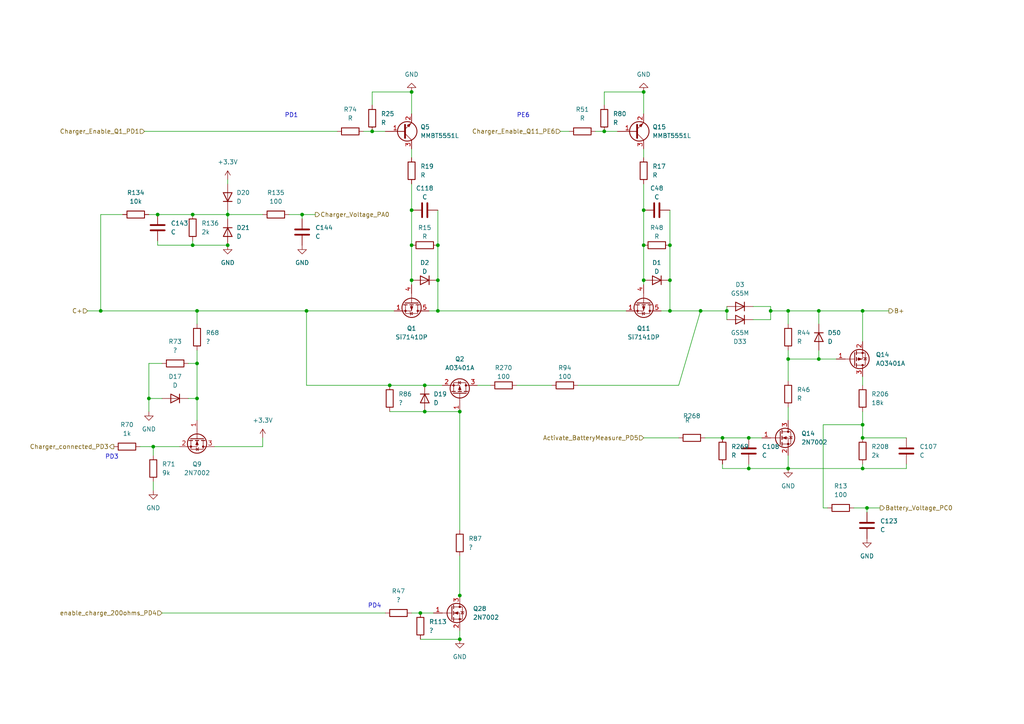
<source format=kicad_sch>
(kicad_sch (version 20211123) (generator eeschema)
  (paper "A4")
  (lib_symbols
    (symbol "Device:C" (pin_numbers hide) (pin_names (offset 0.254))
      (property "Reference" "C" (at 0.635 2.54 0))
      (property "Value" "C" (at 0.635 -2.54 0))
      (symbol "C_0_1"
        (polyline (pts (xy -2.032 -0.762) (xy 2.032 -0.762)) (stroke (width 0.508)))
        (polyline (pts (xy -2.032 0.762) (xy 2.032 0.762)) (stroke (width 0.508)))
      )
      (symbol "C_1_1"
        (pin passive line (at 0 3.81 270) (length 2.794) (name "~") (number "1"))
        (pin passive line (at 0 -3.81 90) (length 2.794) (name "~") (number "2"))
      )
    )
    (symbol "Device:D" (pin_numbers hide) (pin_names (offset 1.016) hide)
      (property "Reference" "D" (at 0 2.54 0))
      (property "Value" "D" (at 0 -2.54 0))
      (symbol "D_0_1"
        (polyline (pts (xy -1.27 1.27) (xy -1.27 -1.27)) (stroke (width 0.254)))
        (polyline (pts (xy 1.27 0) (xy -1.27 0)))
        (polyline (pts (xy 1.27 1.27) (xy 1.27 -1.27) (xy -1.27 0) (xy 1.27 1.27)) (stroke (width 0.254)))
      )
      (symbol "D_1_1"
        (pin passive line (at -3.81 0 0) (length 2.54) (name "K") (number "1"))
        (pin passive line (at 3.81 0 180) (length 2.54) (name "A") (number "2"))
      )
    )
    (symbol "Device:R" (pin_numbers hide) (pin_names (offset 0))
      (property "Reference" "R" (at 2.032 0 90))
      (property "Value" "R" (at 0 0 90))
      (symbol "R_0_1"
        (rectangle (start -1.016 -2.54) (end 1.016 2.54) (stroke (width 0.254)))
      )
      (symbol "R_1_1"
        (pin passive line (at 0 3.81 270) (length 1.27) (name "~") (number "1"))
        (pin passive line (at 0 -3.81 90) (length 1.27) (name "~") (number "2"))
      )
    )
    (symbol "Transistor_BJT:MMBT5551L" (pin_names (offset 0) hide)
      (property "Reference" "Q" (at 5.08 1.905 0))
      (property "Value" "MMBT5551L" (at 5.08 0 0))
      (symbol "MMBT5551L_0_1"
        (polyline (pts (xy 0.635 0.635) (xy 2.54 2.54)))
        (polyline (pts (xy 0.635 -0.635) (xy 2.54 -2.54) (xy 2.54 -2.54)))
        (polyline (pts (xy 0.635 1.905) (xy 0.635 -1.905) (xy 0.635 -1.905)) (stroke (width 0.508)))
        (polyline (pts (xy 1.27 -1.778) (xy 1.778 -1.27) (xy 2.286 -2.286) (xy 1.27 -1.778) (xy 1.27 -1.778)) (fill (type outline)))
        (circle (center 1.27 0) (radius 2.8194) (stroke (width 0.254)))
      )
      (symbol "MMBT5551L_1_1"
        (pin input line (at -5.08 0 0) (length 5.715) (name "B") (number "1"))
        (pin passive line (at 2.54 -5.08 90) (length 2.54) (name "E") (number "2"))
        (pin passive line (at 2.54 5.08 270) (length 2.54) (name "C") (number "3"))
      )
    )
    (symbol "Transistor_FET:2N7002" (pin_names hide)
      (property "Reference" "Q" (at 5.08 1.905 0))
      (property "Value" "2N7002" (at 5.08 0 0))
      (symbol "2N7002_0_1"
        (polyline (pts (xy 0.254 0) (xy -2.54 0)))
        (polyline (pts (xy 0.254 1.905) (xy 0.254 -1.905)) (stroke (width 0.254)))
        (polyline (pts (xy 0.762 -1.27) (xy 0.762 -2.286)) (stroke (width 0.254)))
        (polyline (pts (xy 0.762 0.508) (xy 0.762 -0.508)) (stroke (width 0.254)))
        (polyline (pts (xy 0.762 2.286) (xy 0.762 1.27)) (stroke (width 0.254)))
        (polyline (pts (xy 2.54 2.54) (xy 2.54 1.778)))
        (polyline (pts (xy 2.54 -2.54) (xy 2.54 0) (xy 0.762 0)))
        (polyline (pts (xy 0.762 -1.778) (xy 3.302 -1.778) (xy 3.302 1.778) (xy 0.762 1.778)))
        (polyline (pts (xy 1.016 0) (xy 2.032 0.381) (xy 2.032 -0.381) (xy 1.016 0)) (fill (type outline)))
        (polyline (pts (xy 2.794 0.508) (xy 2.921 0.381) (xy 3.683 0.381) (xy 3.81 0.254)))
        (polyline (pts (xy 3.302 0.381) (xy 2.921 -0.254) (xy 3.683 -0.254) (xy 3.302 0.381)))
        (circle (center 1.651 0) (radius 2.794) (stroke (width 0.254)))
        (circle (center 2.54 -1.778) (radius 0.254) (fill (type outline)))
        (circle (center 2.54 1.778) (radius 0.254) (fill (type outline)))
      )
      (symbol "2N7002_1_1"
        (pin input line (at -5.08 0 0) (length 2.54) (name "G") (number "1"))
        (pin passive line (at 2.54 -5.08 90) (length 2.54) (name "S") (number "2"))
        (pin passive line (at 2.54 5.08 270) (length 2.54) (name "D") (number "3"))
      )
    )
    (symbol "Transistor_FET:AO3401A" (pin_names hide)
      (property "Reference" "Q" (at 5.08 1.905 0))
      (property "Value" "AO3401A" (at 5.08 0 0))
      (symbol "AO3401A_0_1"
        (polyline (pts (xy 0.254 0) (xy -2.54 0)))
        (polyline (pts (xy 0.254 1.905) (xy 0.254 -1.905)) (stroke (width 0.254)))
        (polyline (pts (xy 0.762 -1.27) (xy 0.762 -2.286)) (stroke (width 0.254)))
        (polyline (pts (xy 0.762 0.508) (xy 0.762 -0.508)) (stroke (width 0.254)))
        (polyline (pts (xy 0.762 2.286) (xy 0.762 1.27)) (stroke (width 0.254)))
        (polyline (pts (xy 2.54 2.54) (xy 2.54 1.778)))
        (polyline (pts (xy 2.54 -2.54) (xy 2.54 0) (xy 0.762 0)))
        (polyline (pts (xy 0.762 1.778) (xy 3.302 1.778) (xy 3.302 -1.778) (xy 0.762 -1.778)))
        (polyline (pts (xy 2.286 0) (xy 1.27 0.381) (xy 1.27 -0.381) (xy 2.286 0)) (fill (type outline)))
        (polyline (pts (xy 2.794 -0.508) (xy 2.921 -0.381) (xy 3.683 -0.381) (xy 3.81 -0.254)))
        (polyline (pts (xy 3.302 -0.381) (xy 2.921 0.254) (xy 3.683 0.254) (xy 3.302 -0.381)))
        (circle (center 1.651 0) (radius 2.794) (stroke (width 0.254)))
        (circle (center 2.54 -1.778) (radius 0.254) (fill (type outline)))
        (circle (center 2.54 1.778) (radius 0.254) (fill (type outline)))
      )
      (symbol "AO3401A_1_1"
        (pin input line (at -5.08 0 0) (length 2.54) (name "G") (number "1"))
        (pin passive line (at 2.54 -5.08 90) (length 2.54) (name "S") (number "2"))
        (pin passive line (at 2.54 5.08 270) (length 2.54) (name "D") (number "3"))
      )
    )
    (symbol "Transistor_FET:Si7141DP" (pin_names hide)
      (property "Reference" "Q" (at 5.08 1.905 0))
      (property "Value" "Si7141DP" (at 5.08 0 0))
      (symbol "Si7141DP_0_1"
        (polyline (pts (xy 0.254 0) (xy -2.54 0)))
        (polyline (pts (xy 0.254 1.905) (xy 0.254 -1.905)) (stroke (width 0.254)))
        (polyline (pts (xy 0.762 -1.27) (xy 0.762 -2.286)) (stroke (width 0.254)))
        (polyline (pts (xy 0.762 0.508) (xy 0.762 -0.508)) (stroke (width 0.254)))
        (polyline (pts (xy 0.762 2.286) (xy 0.762 1.27)) (stroke (width 0.254)))
        (polyline (pts (xy 2.54 2.54) (xy 2.54 1.778)))
        (polyline (pts (xy 2.54 -2.54) (xy 2.54 0) (xy 0.762 0)))
        (polyline (pts (xy 0.762 1.778) (xy 3.302 1.778) (xy 3.302 -1.778) (xy 0.762 -1.778)))
        (polyline (pts (xy 2.286 0) (xy 1.27 0.381) (xy 1.27 -0.381) (xy 2.286 0)) (fill (type outline)))
        (polyline (pts (xy 2.794 -0.508) (xy 2.921 -0.381) (xy 3.683 -0.381) (xy 3.81 -0.254)))
        (polyline (pts (xy 3.302 -0.381) (xy 2.921 0.254) (xy 3.683 0.254) (xy 3.302 -0.381)))
        (circle (center 1.651 0) (radius 2.794) (stroke (width 0.254)))
        (circle (center 2.54 -1.778) (radius 0.254) (fill (type outline)))
        (circle (center 2.54 1.778) (radius 0.254) (fill (type outline)))
      )
      (symbol "Si7141DP_1_1"
        (pin passive line (at 2.54 -5.08 90) (length 2.54) (name "S") (number "1"))
        (pin passive line (at 2.54 -5.08 90) (length 2.54) hide (name "S") (number "2"))
        (pin passive line (at 2.54 -5.08 90) (length 2.54) hide (name "S") (number "3"))
        (pin input line (at -5.08 0 0) (length 2.54) (name "G") (number "4"))
        (pin passive line (at 2.54 5.08 270) (length 2.54) (name "D") (number "5"))
      )
    )
    (symbol "power:+3.3V" (power) (pin_names (offset 0))
      (property "Value" "+3.3V" (at 0 3.556 0))
      (symbol "+3.3V_0_1"
        (polyline (pts (xy -0.762 1.27) (xy 0 2.54)))
        (polyline (pts (xy 0 0) (xy 0 2.54)))
        (polyline (pts (xy 0 2.54) (xy 0.762 1.27)))
      )
      (symbol "+3.3V_1_1"
        (pin power_in line (at 0 0 90) (length 0) hide (name "+3.3V") (number "1"))
      )
    )
    (symbol "power:GND" (power) (pin_names (offset 0))
      (property "Value" "GND" (at 0 -3.81 0))
      (symbol "GND_0_1"
        (polyline (pts (xy 0 0) (xy 0 -1.27) (xy 1.27 -1.27) (xy 0 -2.54) (xy -1.27 -1.27) (xy 0 -1.27)))
      )
      (symbol "GND_1_1"
        (pin power_in line (at 0 0 270) (length 0) hide (name "GND") (number "1"))
      )
    )
  )
  (junction (at 123.19 111.76))
  (junction (at 119.38 26.67))
  (junction (at 251.46 147.32))
  (junction (at 217.17 127))
  (junction (at 88.9 90.17))
  (junction (at 133.35 172.72))
  (junction (at 57.15 90.17))
  (junction (at 133.35 185.42))
  (junction (at 217.17 135.89))
  (junction (at 194.31 71.12))
  (junction (at 119.38 60.96))
  (junction (at 250.19 127))
  (junction (at 186.69 26.67))
  (junction (at 175.26 38.1))
  (junction (at 66.04 71.12))
  (junction (at 87.63 62.23))
  (junction (at 123.19 119.38))
  (junction (at 44.45 129.54))
  (junction (at 209.55 127))
  (junction (at 250.19 135.89))
  (junction (at 210.82 90.17))
  (junction (at 55.88 71.12))
  (junction (at 127 81.28))
  (junction (at 43.18 115.57))
  (junction (at 57.15 115.57))
  (junction (at 121.92 177.8))
  (junction (at 66.04 62.23))
  (junction (at 107.95 38.1))
  (junction (at 228.6 135.89))
  (junction (at 113.03 111.76))
  (junction (at 186.69 81.28))
  (junction (at 250.19 90.17))
  (junction (at 194.31 90.17))
  (junction (at 228.6 90.17))
  (junction (at 57.15 105.41))
  (junction (at 127 90.17))
  (junction (at 186.69 71.12))
  (junction (at 250.19 123.19))
  (junction (at 119.38 71.12))
  (junction (at 237.49 90.17))
  (junction (at 203.2 90.17))
  (junction (at 186.69 60.96))
  (junction (at 194.31 81.28))
  (junction (at 119.38 81.28))
  (junction (at 127 71.12))
  (junction (at 55.88 62.23))
  (junction (at 29.21 90.17))
  (junction (at 45.72 62.23))
  (junction (at 228.6 104.14))
  (junction (at 133.35 119.38))
  (junction (at 223.52 90.17))
  (junction (at 237.49 104.14))
  (wire (pts (xy 186.69 71.12) (xy 186.69 81.28)))
  (wire (pts (xy 119.38 71.12) (xy 119.38 81.28)))
  (wire (pts (xy 228.6 104.14) (xy 237.49 104.14)))
  (wire (pts (xy 119.38 26.67) (xy 119.38 33.02)))
  (wire (pts (xy 210.82 88.9) (xy 210.82 90.17)))
  (wire (pts (xy 228.6 132.08) (xy 228.6 135.89)))
  (wire (pts (xy 88.9 90.17) (xy 114.3 90.17)))
  (wire (pts (xy 223.52 92.71) (xy 223.52 90.17)))
  (wire (pts (xy 123.19 119.38) (xy 133.35 119.38)))
  (wire (pts (xy 250.19 127) (xy 262.89 127)))
  (wire (pts (xy 237.49 90.17) (xy 250.19 90.17)))
  (wire (pts (xy 250.19 119.38) (xy 250.19 123.19)))
  (wire (pts (xy 76.2 127) (xy 76.2 129.54)))
  (wire (pts (xy 237.49 90.17) (xy 237.49 93.98)))
  (wire (pts (xy 237.49 101.6) (xy 237.49 104.14)))
  (wire (pts (xy 228.6 90.17) (xy 237.49 90.17)))
  (wire (pts (xy 228.6 110.49) (xy 228.6 104.14)))
  (wire (pts (xy 186.69 81.28) (xy 186.69 82.55)))
  (wire (pts (xy 54.61 115.57) (xy 57.15 115.57)))
  (wire (pts (xy 105.41 38.1) (xy 107.95 38.1)))
  (wire (pts (xy 194.31 81.28) (xy 194.31 90.17)))
  (wire (pts (xy 121.92 177.8) (xy 125.73 177.8)))
  (wire (pts (xy 228.6 90.17) (xy 228.6 93.98)))
  (wire (pts (xy 237.49 104.14) (xy 242.57 104.14)))
  (wire (pts (xy 223.52 90.17) (xy 228.6 90.17)))
  (wire (pts (xy 107.95 26.67) (xy 119.38 26.67)))
  (wire (pts (xy 43.18 115.57) (xy 43.18 119.38)))
  (wire (pts (xy 250.19 123.19) (xy 250.19 127)))
  (wire (pts (xy 57.15 90.17) (xy 88.9 90.17)))
  (wire (pts (xy 55.88 62.23) (xy 66.04 62.23)))
  (wire (pts (xy 250.19 123.19) (xy 238.76 123.19)))
  (wire (pts (xy 217.17 135.89) (xy 209.55 135.89)))
  (wire (pts (xy 127 60.96) (xy 127 71.12)))
  (wire (pts (xy 250.19 109.22) (xy 250.19 111.76)))
  (wire (pts (xy 186.69 127) (xy 196.85 127)))
  (wire (pts (xy 186.69 43.18) (xy 186.69 45.72)))
  (wire (pts (xy 223.52 88.9) (xy 223.52 90.17)))
  (wire (pts (xy 44.45 129.54) (xy 52.07 129.54)))
  (wire (pts (xy 119.38 60.96) (xy 119.38 71.12)))
  (wire (pts (xy 238.76 147.32) (xy 240.03 147.32)))
  (wire (pts (xy 43.18 62.23) (xy 45.72 62.23)))
  (wire (pts (xy 25.4 90.17) (xy 29.21 90.17)))
  (wire (pts (xy 251.46 147.32) (xy 251.46 148.59)))
  (wire (pts (xy 127 71.12) (xy 127 81.28)))
  (wire (pts (xy 66.04 62.23) (xy 76.2 62.23)))
  (wire (pts (xy 44.45 129.54) (xy 44.45 132.08)))
  (wire (pts (xy 133.35 161.29) (xy 133.35 172.72)))
  (wire (pts (xy 194.31 90.17) (xy 191.77 90.17)))
  (wire (pts (xy 107.95 30.48) (xy 107.95 26.67)))
  (wire (pts (xy 250.19 90.17) (xy 250.19 99.06)))
  (wire (pts (xy 133.35 119.38) (xy 133.35 153.67)))
  (wire (pts (xy 119.38 177.8) (xy 121.92 177.8)))
  (wire (pts (xy 209.55 134.62) (xy 209.55 135.89)))
  (wire (pts (xy 162.56 38.1) (xy 165.1 38.1)))
  (wire (pts (xy 238.76 123.19) (xy 238.76 147.32)))
  (wire (pts (xy 45.72 69.85) (xy 45.72 71.12)))
  (wire (pts (xy 138.43 111.76) (xy 142.24 111.76)))
  (wire (pts (xy 35.56 62.23) (xy 29.21 62.23)))
  (wire (pts (xy 127 90.17) (xy 181.61 90.17)))
  (wire (pts (xy 62.23 129.54) (xy 76.2 129.54)))
  (wire (pts (xy 41.91 38.1) (xy 97.79 38.1)))
  (wire (pts (xy 196.85 111.76) (xy 203.2 90.17)))
  (wire (pts (xy 57.15 90.17) (xy 57.15 93.98)))
  (wire (pts (xy 209.55 127) (xy 217.17 127)))
  (wire (pts (xy 127 81.28) (xy 127 90.17)))
  (wire (pts (xy 46.99 177.8) (xy 111.76 177.8)))
  (wire (pts (xy 228.6 118.11) (xy 228.6 121.92)))
  (wire (pts (xy 218.44 92.71) (xy 223.52 92.71)))
  (wire (pts (xy 66.04 60.96) (xy 66.04 62.23)))
  (wire (pts (xy 87.63 62.23) (xy 91.44 62.23)))
  (wire (pts (xy 29.21 90.17) (xy 57.15 90.17)))
  (wire (pts (xy 247.65 147.32) (xy 251.46 147.32)))
  (wire (pts (xy 175.26 38.1) (xy 179.07 38.1)))
  (wire (pts (xy 217.17 134.62) (xy 217.17 135.89)))
  (wire (pts (xy 66.04 52.07) (xy 66.04 53.34)))
  (wire (pts (xy 175.26 30.48) (xy 175.26 26.67)))
  (wire (pts (xy 186.69 53.34) (xy 186.69 60.96)))
  (wire (pts (xy 204.47 127) (xy 209.55 127)))
  (wire (pts (xy 113.03 111.76) (xy 123.19 111.76)))
  (wire (pts (xy 119.38 43.18) (xy 119.38 45.72)))
  (wire (pts (xy 228.6 135.89) (xy 250.19 135.89)))
  (wire (pts (xy 228.6 101.6) (xy 228.6 104.14)))
  (wire (pts (xy 217.17 127) (xy 220.98 127)))
  (wire (pts (xy 203.2 90.17) (xy 210.82 90.17)))
  (wire (pts (xy 40.64 129.54) (xy 44.45 129.54)))
  (wire (pts (xy 57.15 105.41) (xy 57.15 115.57)))
  (wire (pts (xy 133.35 173.99) (xy 133.35 172.72)))
  (wire (pts (xy 66.04 71.12) (xy 55.88 71.12)))
  (wire (pts (xy 88.9 90.17) (xy 88.9 111.76)))
  (wire (pts (xy 250.19 135.89) (xy 262.89 135.89)))
  (wire (pts (xy 43.18 115.57) (xy 46.99 115.57)))
  (wire (pts (xy 262.89 135.89) (xy 262.89 134.62)))
  (wire (pts (xy 57.15 101.6) (xy 57.15 105.41)))
  (wire (pts (xy 57.15 115.57) (xy 57.15 121.92)))
  (wire (pts (xy 113.03 119.38) (xy 123.19 119.38)))
  (wire (pts (xy 88.9 111.76) (xy 113.03 111.76)))
  (wire (pts (xy 210.82 90.17) (xy 210.82 92.71)))
  (wire (pts (xy 250.19 90.17) (xy 257.81 90.17)))
  (wire (pts (xy 172.72 38.1) (xy 175.26 38.1)))
  (wire (pts (xy 119.38 81.28) (xy 119.38 82.55)))
  (wire (pts (xy 107.95 38.1) (xy 111.76 38.1)))
  (wire (pts (xy 29.21 62.23) (xy 29.21 90.17)))
  (wire (pts (xy 44.45 139.7) (xy 44.45 142.24)))
  (wire (pts (xy 133.35 182.88) (xy 133.35 185.42)))
  (wire (pts (xy 46.99 105.41) (xy 43.18 105.41)))
  (wire (pts (xy 194.31 90.17) (xy 203.2 90.17)))
  (wire (pts (xy 167.64 111.76) (xy 196.85 111.76)))
  (wire (pts (xy 66.04 62.23) (xy 66.04 63.5)))
  (wire (pts (xy 55.88 69.85) (xy 55.88 71.12)))
  (wire (pts (xy 127 90.17) (xy 124.46 90.17)))
  (wire (pts (xy 83.82 62.23) (xy 87.63 62.23)))
  (wire (pts (xy 228.6 135.89) (xy 217.17 135.89)))
  (wire (pts (xy 149.86 111.76) (xy 160.02 111.76)))
  (wire (pts (xy 194.31 71.12) (xy 194.31 81.28)))
  (wire (pts (xy 175.26 26.67) (xy 186.69 26.67)))
  (wire (pts (xy 45.72 62.23) (xy 55.88 62.23)))
  (wire (pts (xy 250.19 134.62) (xy 250.19 135.89)))
  (wire (pts (xy 121.92 185.42) (xy 133.35 185.42)))
  (wire (pts (xy 186.69 60.96) (xy 186.69 71.12)))
  (wire (pts (xy 251.46 147.32) (xy 255.27 147.32)))
  (wire (pts (xy 54.61 105.41) (xy 57.15 105.41)))
  (wire (pts (xy 123.19 111.76) (xy 128.27 111.76)))
  (wire (pts (xy 55.88 71.12) (xy 45.72 71.12)))
  (wire (pts (xy 43.18 105.41) (xy 43.18 115.57)))
  (wire (pts (xy 218.44 88.9) (xy 223.52 88.9)))
  (wire (pts (xy 87.63 62.23) (xy 87.63 63.5)))
  (wire (pts (xy 119.38 53.34) (xy 119.38 60.96)))
  (wire (pts (xy 186.69 26.67) (xy 186.69 33.02)))
  (wire (pts (xy 194.31 60.96) (xy 194.31 71.12)))
  (text "PD1" (at 82.55 34.29 0) (effects (font (size 1.27 1.27)) (justify left bottom)))
  (text "PE6" (at 149.86 34.29 0) (effects (font (size 1.27 1.27)) (justify left bottom)))
  (text "PD4\n" (at 106.68 176.53 0) (effects (font (size 1.27 1.27)) (justify left bottom)))
  (text "PD3" (at 30.48 133.35 0) (effects (font (size 1.27 1.27)) (justify left bottom)))
  (hierarchical_label "C+" (shape input) (at 25.4 90.17 180))
  (hierarchical_label "Charger_Enable_Q11_PE6" (shape input) (at 162.56 38.1 180))
  (hierarchical_label "Battery_Voltage_PC0" (shape output) (at 255.27 147.32 0))
  (hierarchical_label "Charger_Voltage_PA0" (shape output) (at 91.44 62.23 0))
  (hierarchical_label "Charger_Enable_Q1_PD1" (shape input) (at 41.91 38.1 180))
  (hierarchical_label "Charger_connected_PD3" (shape output) (at 33.02 129.54 180))
  (hierarchical_label "B+" (shape output) (at 257.81 90.17 0))
  (hierarchical_label "Activate_BatteryMeasure_PD5" (shape input) (at 186.69 127 180))
  (hierarchical_label "enable_charge_200ohms_PD4" (shape input) (at 46.99 177.8 180))
  (symbol (lib_id "Device:C") (at 251.46 152.4 0) (unit 1)
    (property "Reference" "C123" (at 255.27 151.1299 0) (effects (justify left)))
    (property "Value" "C" (at 255.27 153.6699 0) (effects (justify left)))
  )
  (symbol (lib_id "Device:R") (at 209.55 130.81 0) (unit 1)
    (property "Reference" "R269" (at 212.09 129.5399 0) (effects (justify left)))
    (property "Value" "R" (at 212.09 132.0799 0) (effects (justify left)))
  )
  (symbol (lib_id "Transistor_FET:2N7002") (at 57.15 127 270) (unit 1)
    (property "Reference" "Q9" (at 57.15 134.62 90))
    (property "Value" "2N7002" (at 57.15 137.16 90))
    (property "Footprint" "Package_TO_SOT_SMD:SOT-23" (effects hide))
    (property "Datasheet" "https://www.onsemi.com/pub/Collateral/NDS7002A-D.PDF" (effects hide))
  )
  (symbol (lib_id "Transistor_FET:AO3401A") (at 247.65 104.14 0) (mirror x) (unit 1)
    (property "Reference" "Q14" (at 254 102.8699 0) (effects (justify left)))
    (property "Value" "AO3401A" (at 254 105.4099 0) (effects (justify left)))
    (property "Footprint" "Package_TO_SOT_SMD:SOT-23" (effects hide))
    (property "Datasheet" "http://www.aosmd.com/pdfs/datasheet/AO3401A.pdf" (effects hide))
  )
  (symbol (lib_id "Device:R") (at 228.6 114.3 0) (unit 1)
    (property "Reference" "R46" (at 231.14 113.0299 0) (effects (justify left)))
    (property "Value" "R" (at 231.14 115.5699 0) (effects (justify left)))
  )
  (symbol (lib_id "Device:R") (at 146.05 111.76 90) (unit 1)
    (property "Reference" "R270" (at 146.05 106.68 90))
    (property "Value" "100" (at 146.05 109.22 90))
  )
  (symbol (lib_id "Device:R") (at 57.15 97.79 0) (unit 1)
    (property "Reference" "R68" (at 59.69 96.5199 0) (effects (justify left)))
    (property "Value" "?" (at 59.69 99.0599 0) (effects (justify left)))
  )
  (symbol (lib_id "Device:R") (at 228.6 97.79 0) (unit 1)
    (property "Reference" "R44" (at 231.14 96.5199 0) (effects (justify left)))
    (property "Value" "R" (at 231.14 99.0599 0) (effects (justify left)))
  )
  (symbol (lib_id "Device:C") (at 45.72 66.04 0) (unit 1)
    (property "Reference" "C143" (at 49.53 64.7699 0) (effects (justify left)))
    (property "Value" "C" (at 49.53 67.3099 0) (effects (justify left)))
  )
  (symbol (lib_id "Device:R") (at 55.88 66.04 0) (unit 1)
    (property "Reference" "R136" (at 58.42 64.77 0) (effects (justify left)))
    (property "Value" "2k" (at 58.42 67.3099 0) (effects (justify left)))
  )
  (symbol (lib_id "Device:D") (at 123.19 81.28 180) (unit 1)
    (property "Reference" "D2" (at 123.19 76.2 0))
    (property "Value" "D" (at 123.19 78.74 0))
  )
  (symbol (lib_id "Device:R") (at 243.84 147.32 90) (unit 1)
    (property "Reference" "R13" (at 243.84 140.97 90))
    (property "Value" "100" (at 243.84 143.51 90))
  )
  (symbol (lib_id "Transistor_BJT:MMBT5551L") (at 116.84 38.1 0) (mirror x) (unit 1)
    (property "Reference" "Q5" (at 121.92 36.8299 0) (effects (justify left)))
    (property "Value" "MMBT5551L" (at 121.92 39.3699 0) (effects (justify left)))
    (property "Footprint" "Package_TO_SOT_SMD:SOT-23" (effects hide))
    (property "Datasheet" "www.onsemi.com/pub/Collateral/MMBT5550LT1-D.PDF" (effects hide))
  )
  (symbol (lib_id "Device:R") (at 107.95 34.29 0) (unit 1)
    (property "Reference" "R25" (at 110.49 33.0199 0) (effects (justify left)))
    (property "Value" "R" (at 110.49 35.5599 0) (effects (justify left)))
  )
  (symbol (lib_id "Device:C") (at 123.19 60.96 90) (unit 1)
    (property "Reference" "C118" (at 123.19 54.61 90))
    (property "Value" "C" (at 123.19 57.15 90))
  )
  (symbol (lib_id "power:GND") (at 251.46 156.21 0) (unit 1)
    (property "Reference" "#PWR?" (effects hide))
    (property "Value" "GND" (at 251.46 161.29 0))
  )
  (symbol (lib_id "power:+3.3V") (at 76.2 127 0) (unit 1)
    (property "Reference" "#PWR?" (effects hide))
    (property "Value" "+3.3V" (at 76.2 121.92 0))
  )
  (symbol (lib_id "Device:R") (at 123.19 71.12 90) (unit 1)
    (property "Reference" "R15" (at 123.19 66.04 90))
    (property "Value" "R" (at 123.19 68.58 90))
  )
  (symbol (lib_id "Device:C") (at 217.17 130.81 0) (unit 1)
    (property "Reference" "C108" (at 220.98 129.5399 0) (effects (justify left)))
    (property "Value" "C" (at 220.98 132.0799 0) (effects (justify left)))
  )
  (symbol (lib_id "Transistor_FET:AO3401A") (at 133.35 114.3 270) (mirror x) (unit 1)
    (property "Reference" "Q2" (at 133.35 104.14 90))
    (property "Value" "AO3401A" (at 133.35 106.68 90))
    (property "Footprint" "Package_TO_SOT_SMD:SOT-23" (effects hide))
    (property "Datasheet" "http://www.aosmd.com/pdfs/datasheet/AO3401A.pdf" (effects hide))
  )
  (symbol (lib_id "Device:R") (at 50.8 105.41 90) (unit 1)
    (property "Reference" "R73" (at 50.8 99.06 90))
    (property "Value" "?" (at 50.8 101.6 90))
  )
  (symbol (lib_id "Device:D") (at 214.63 88.9 180) (unit 1)
    (property "Reference" "D3" (at 214.63 82.55 0))
    (property "Value" "GS5M" (at 214.63 85.09 0))
  )
  (symbol (lib_id "Device:R") (at 250.19 130.81 0) (unit 1)
    (property "Reference" "R208" (at 252.73 129.5399 0) (effects (justify left)))
    (property "Value" "2k" (at 252.73 132.0799 0) (effects (justify left)))
  )
  (symbol (lib_id "power:GND") (at 44.45 142.24 0) (unit 1)
    (property "Reference" "#PWR?" (effects hide))
    (property "Value" "GND" (at 44.45 147.32 0))
  )
  (symbol (lib_id "Device:D") (at 66.04 67.31 270) (unit 1)
    (property "Reference" "D21" (at 68.58 66.0399 90) (effects (justify left)))
    (property "Value" "D" (at 68.58 68.5799 90) (effects (justify left)))
  )
  (symbol (lib_id "Device:D") (at 214.63 92.71 180) (unit 1)
    (property "Reference" "D33" (at 214.63 99.06 0))
    (property "Value" "GS5M" (at 214.63 96.52 0))
  )
  (symbol (lib_id "Transistor_BJT:MMBT5551L") (at 184.15 38.1 0) (mirror x) (unit 1)
    (property "Reference" "Q15" (at 189.23 36.8299 0) (effects (justify left)))
    (property "Value" "MMBT5551L" (at 189.23 39.3699 0) (effects (justify left)))
    (property "Footprint" "Package_TO_SOT_SMD:SOT-23" (effects hide))
    (property "Datasheet" "www.onsemi.com/pub/Collateral/MMBT5550LT1-D.PDF" (effects hide))
  )
  (symbol (lib_id "Device:C") (at 262.89 130.81 0) (unit 1)
    (property "Reference" "C107" (at 266.7 129.5399 0) (effects (justify left)))
    (property "Value" "C" (at 266.7 132.0799 0) (effects (justify left)))
  )
  (symbol (lib_id "power:GND") (at 228.6 135.89 0) (unit 1)
    (property "Reference" "#PWR?" (effects hide))
    (property "Value" "GND" (at 228.6 140.97 0))
  )
  (symbol (lib_id "power:GND") (at 66.04 71.12 0) (unit 1)
    (property "Reference" "#PWR?" (effects hide))
    (property "Value" "GND" (at 66.04 76.2 0))
  )
  (symbol (lib_id "power:GND") (at 87.63 71.12 0) (unit 1)
    (property "Reference" "#PWR?" (effects hide))
    (property "Value" "GND" (at 87.63 76.2 0))
  )
  (symbol (lib_id "Device:R") (at 113.03 115.57 0) (unit 1)
    (property "Reference" "R86" (at 115.57 114.2999 0) (effects (justify left)))
    (property "Value" "?" (at 115.57 116.8399 0) (effects (justify left)))
  )
  (symbol (lib_id "Device:R") (at 186.69 49.53 0) (unit 1)
    (property "Reference" "R17" (at 189.23 48.2599 0) (effects (justify left)))
    (property "Value" "R" (at 189.23 50.7999 0) (effects (justify left)))
  )
  (symbol (lib_id "Transistor_FET:2N7002") (at 130.81 177.8 0) (unit 1)
    (property "Reference" "Q28" (at 137.16 176.5299 0) (effects (justify left)))
    (property "Value" "2N7002" (at 137.16 179.0699 0) (effects (justify left)))
    (property "Footprint" "Package_TO_SOT_SMD:SOT-23" (effects hide))
    (property "Datasheet" "https://www.onsemi.com/pub/Collateral/NDS7002A-D.PDF" (effects hide))
  )
  (symbol (lib_id "Device:D") (at 190.5 81.28 180) (unit 1)
    (property "Reference" "D1" (at 190.5 76.2 0))
    (property "Value" "D" (at 190.5 78.74 0))
  )
  (symbol (lib_id "Transistor_FET:2N7002") (at 226.06 127 0) (unit 1)
    (property "Reference" "Q14" (at 232.41 125.7299 0) (effects (justify left)))
    (property "Value" "2N7002" (at 232.41 128.2699 0) (effects (justify left)))
    (property "Footprint" "Package_TO_SOT_SMD:SOT-23" (effects hide))
    (property "Datasheet" "https://www.onsemi.com/pub/Collateral/NDS7002A-D.PDF" (effects hide))
  )
  (symbol (lib_id "Device:R") (at 250.19 115.57 0) (unit 1)
    (property "Reference" "R206" (at 252.73 114.2999 0) (effects (justify left)))
    (property "Value" "18k" (at 252.73 116.8399 0) (effects (justify left)))
  )
  (symbol (lib_id "Device:R") (at 190.5 71.12 90) (unit 1)
    (property "Reference" "R48" (at 190.5 66.04 90))
    (property "Value" "R" (at 190.5 68.58 90))
  )
  (symbol (lib_id "Device:R") (at 39.37 62.23 90) (unit 1)
    (property "Reference" "R134" (at 39.37 55.88 90))
    (property "Value" "10k" (at 39.37 58.42 90))
  )
  (symbol (lib_id "Device:D") (at 237.49 97.79 270) (unit 1)
    (property "Reference" "D50" (at 240.03 96.5199 90) (effects (justify left)))
    (property "Value" "D" (at 240.03 99.0599 90) (effects (justify left)))
  )
  (symbol (lib_id "Device:R") (at 163.83 111.76 90) (unit 1)
    (property "Reference" "R94" (at 163.83 106.68 90))
    (property "Value" "100" (at 163.83 109.22 90))
  )
  (symbol (lib_id "Device:R") (at 175.26 34.29 0) (unit 1)
    (property "Reference" "R80" (at 177.8 33.0199 0) (effects (justify left)))
    (property "Value" "R" (at 177.8 35.5599 0) (effects (justify left)))
  )
  (symbol (lib_id "Device:C") (at 190.5 60.96 90) (unit 1)
    (property "Reference" "C48" (at 190.5 54.61 90))
    (property "Value" "C" (at 190.5 57.15 90))
  )
  (symbol (lib_id "power:GND") (at 119.38 26.67 180) (unit 1)
    (property "Reference" "#PWR?" (effects hide))
    (property "Value" "GND" (at 119.38 21.59 0))
  )
  (symbol (lib_id "Device:R") (at 133.35 157.48 0) (unit 1)
    (property "Reference" "R87" (at 135.89 156.2099 0) (effects (justify left)))
    (property "Value" "?" (at 135.89 158.75 0) (effects (justify left)))
  )
  (symbol (lib_id "power:GND") (at 43.18 119.38 0) (unit 1)
    (property "Reference" "#PWR?" (effects hide))
    (property "Value" "GND" (at 43.18 124.46 0))
  )
  (symbol (lib_id "Device:R") (at 119.38 49.53 0) (unit 1)
    (property "Reference" "R19" (at 121.92 48.2599 0) (effects (justify left)))
    (property "Value" "R" (at 121.92 50.7999 0) (effects (justify left)))
  )
  (symbol (lib_id "power:+3.3V") (at 66.04 52.07 0) (unit 1)
    (property "Reference" "#PWR?" (effects hide))
    (property "Value" "+3.3V" (at 66.04 46.99 0))
  )
  (symbol (lib_id "Device:R") (at 101.6 38.1 90) (unit 1)
    (property "Reference" "R74" (at 101.6 31.75 90))
    (property "Value" "R" (at 101.6 34.29 90))
  )
  (symbol (lib_id "Device:R") (at 200.66 127 90) (unit 1)
    (property "Reference" "R268" (at 200.66 120.65 90))
    (property "Value" "R" (at 199.39 121.92 90))
  )
  (symbol (lib_id "power:GND") (at 186.69 26.67 180) (unit 1)
    (property "Reference" "#PWR?" (effects hide))
    (property "Value" "GND" (at 186.69 21.59 0))
  )
  (symbol (lib_id "power:GND") (at 133.35 185.42 0) (unit 1)
    (property "Reference" "#PWR?" (effects hide))
    (property "Value" "GND" (at 133.35 190.5 0))
  )
  (symbol (lib_id "Device:D") (at 50.8 115.57 180) (unit 1)
    (property "Reference" "D17" (at 50.8 109.22 0))
    (property "Value" "D" (at 50.8 111.76 0))
  )
  (symbol (lib_id "Device:D") (at 123.19 115.57 270) (unit 1)
    (property "Reference" "D19" (at 125.73 114.2999 90) (effects (justify left)))
    (property "Value" "D" (at 125.73 116.8399 90) (effects (justify left)))
  )
  (symbol (lib_id "Device:R") (at 168.91 38.1 90) (unit 1)
    (property "Reference" "R51" (at 168.91 31.75 90))
    (property "Value" "R" (at 168.91 34.29 90))
  )
  (symbol (lib_id "Device:R") (at 80.01 62.23 90) (unit 1)
    (property "Reference" "R135" (at 80.01 55.88 90))
    (property "Value" "100" (at 80.01 58.42 90))
  )
  (symbol (lib_id "Device:C") (at 87.63 67.31 0) (unit 1)
    (property "Reference" "C144" (at 91.44 66.0399 0) (effects (justify left)))
    (property "Value" "C" (at 91.44 68.5799 0) (effects (justify left)))
  )
  (symbol (lib_id "Transistor_FET:Si7141DP") (at 119.38 87.63 270) (unit 1)
    (property "Reference" "Q1" (at 119.38 95.25 90))
    (property "Value" "Si7141DP" (at 119.38 97.79 90))
    (property "Footprint" "Package_SO:PowerPAK_SO-8_Single" (effects hide))
    (property "Datasheet" "https://www.vishay.com/docs/65596/si7141dp.pdf" (effects hide))
  )
  (symbol (lib_id "Device:D") (at 66.04 57.15 90) (unit 1)
    (property "Reference" "D20" (at 68.58 55.8799 90) (effects (justify right)))
    (property "Value" "D" (at 68.58 58.4199 90) (effects (justify right)))
  )
  (symbol (lib_id "Device:R") (at 115.57 177.8 90) (unit 1)
    (property "Reference" "R47" (at 115.57 171.45 90))
    (property "Value" "?" (at 115.57 173.99 90))
  )
  (symbol (lib_id "Transistor_FET:Si7141DP") (at 186.69 87.63 270) (unit 1)
    (property "Reference" "Q11" (at 186.69 95.25 90))
    (property "Value" "Si7141DP" (at 186.69 97.79 90))
    (property "Footprint" "Package_SO:PowerPAK_SO-8_Single" (effects hide))
    (property "Datasheet" "https://www.vishay.com/docs/65596/si7141dp.pdf" (effects hide))
  )
  (symbol (lib_id "Device:R") (at 36.83 129.54 90) (unit 1)
    (property "Reference" "R70" (at 36.83 123.19 90))
    (property "Value" "1k" (at 36.83 125.73 90))
  )
  (symbol (lib_id "Device:R") (at 44.45 135.89 180) (unit 1)
    (property "Reference" "R71" (at 46.99 134.6199 0) (effects (justify right)))
    (property "Value" "9k" (at 46.99 137.1599 0) (effects (justify right)))
  )
  (symbol (lib_id "Device:R") (at 121.92 181.61 180) (unit 1)
    (property "Reference" "R113" (at 124.46 180.3399 0) (effects (justify right)))
    (property "Value" "?" (at 124.46 182.8799 0) (effects (justify right)))
  )
)
</source>
